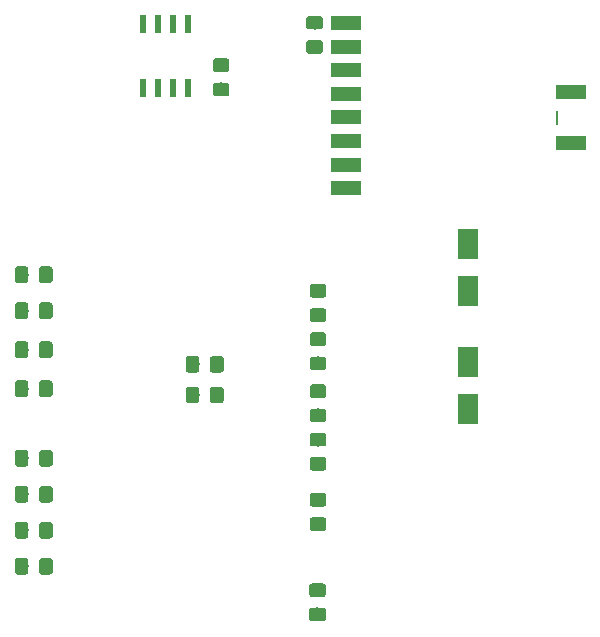
<source format=gtp>
G04 #@! TF.GenerationSoftware,KiCad,Pcbnew,(5.1.2)-2*
G04 #@! TF.CreationDate,2019-11-16T00:04:25+01:00*
G04 #@! TF.ProjectId,STM32_2CH_Dimmer,53544d33-325f-4324-9348-5f44696d6d65,rev?*
G04 #@! TF.SameCoordinates,Original*
G04 #@! TF.FileFunction,Paste,Top*
G04 #@! TF.FilePolarity,Positive*
%FSLAX46Y46*%
G04 Gerber Fmt 4.6, Leading zero omitted, Abs format (unit mm)*
G04 Created by KiCad (PCBNEW (5.1.2)-2) date 2019-11-16 00:04:25*
%MOMM*%
%LPD*%
G04 APERTURE LIST*
%ADD10R,2.524000X1.200000*%
%ADD11R,0.200000X1.200000*%
%ADD12C,0.100000*%
%ADD13C,1.150000*%
%ADD14R,1.800000X2.500000*%
%ADD15R,0.600000X1.550000*%
G04 APERTURE END LIST*
D10*
X179700000Y-70000000D03*
X179700000Y-72000000D03*
X179700000Y-74000000D03*
X179700000Y-76000000D03*
X179700000Y-78000000D03*
X179700000Y-80000000D03*
X179700000Y-82000000D03*
X179700000Y-84000000D03*
X198700000Y-75800000D03*
X198700000Y-80200000D03*
D11*
X197546060Y-78018540D03*
D12*
G36*
X169574505Y-73001204D02*
G01*
X169598773Y-73004804D01*
X169622572Y-73010765D01*
X169645671Y-73019030D01*
X169667850Y-73029520D01*
X169688893Y-73042132D01*
X169708599Y-73056747D01*
X169726777Y-73073223D01*
X169743253Y-73091401D01*
X169757868Y-73111107D01*
X169770480Y-73132150D01*
X169780970Y-73154329D01*
X169789235Y-73177428D01*
X169795196Y-73201227D01*
X169798796Y-73225495D01*
X169800000Y-73249999D01*
X169800000Y-73900001D01*
X169798796Y-73924505D01*
X169795196Y-73948773D01*
X169789235Y-73972572D01*
X169780970Y-73995671D01*
X169770480Y-74017850D01*
X169757868Y-74038893D01*
X169743253Y-74058599D01*
X169726777Y-74076777D01*
X169708599Y-74093253D01*
X169688893Y-74107868D01*
X169667850Y-74120480D01*
X169645671Y-74130970D01*
X169622572Y-74139235D01*
X169598773Y-74145196D01*
X169574505Y-74148796D01*
X169550001Y-74150000D01*
X168649999Y-74150000D01*
X168625495Y-74148796D01*
X168601227Y-74145196D01*
X168577428Y-74139235D01*
X168554329Y-74130970D01*
X168532150Y-74120480D01*
X168511107Y-74107868D01*
X168491401Y-74093253D01*
X168473223Y-74076777D01*
X168456747Y-74058599D01*
X168442132Y-74038893D01*
X168429520Y-74017850D01*
X168419030Y-73995671D01*
X168410765Y-73972572D01*
X168404804Y-73948773D01*
X168401204Y-73924505D01*
X168400000Y-73900001D01*
X168400000Y-73249999D01*
X168401204Y-73225495D01*
X168404804Y-73201227D01*
X168410765Y-73177428D01*
X168419030Y-73154329D01*
X168429520Y-73132150D01*
X168442132Y-73111107D01*
X168456747Y-73091401D01*
X168473223Y-73073223D01*
X168491401Y-73056747D01*
X168511107Y-73042132D01*
X168532150Y-73029520D01*
X168554329Y-73019030D01*
X168577428Y-73010765D01*
X168601227Y-73004804D01*
X168625495Y-73001204D01*
X168649999Y-73000000D01*
X169550001Y-73000000D01*
X169574505Y-73001204D01*
X169574505Y-73001204D01*
G37*
D13*
X169100000Y-73575000D03*
D12*
G36*
X169574505Y-75051204D02*
G01*
X169598773Y-75054804D01*
X169622572Y-75060765D01*
X169645671Y-75069030D01*
X169667850Y-75079520D01*
X169688893Y-75092132D01*
X169708599Y-75106747D01*
X169726777Y-75123223D01*
X169743253Y-75141401D01*
X169757868Y-75161107D01*
X169770480Y-75182150D01*
X169780970Y-75204329D01*
X169789235Y-75227428D01*
X169795196Y-75251227D01*
X169798796Y-75275495D01*
X169800000Y-75299999D01*
X169800000Y-75950001D01*
X169798796Y-75974505D01*
X169795196Y-75998773D01*
X169789235Y-76022572D01*
X169780970Y-76045671D01*
X169770480Y-76067850D01*
X169757868Y-76088893D01*
X169743253Y-76108599D01*
X169726777Y-76126777D01*
X169708599Y-76143253D01*
X169688893Y-76157868D01*
X169667850Y-76170480D01*
X169645671Y-76180970D01*
X169622572Y-76189235D01*
X169598773Y-76195196D01*
X169574505Y-76198796D01*
X169550001Y-76200000D01*
X168649999Y-76200000D01*
X168625495Y-76198796D01*
X168601227Y-76195196D01*
X168577428Y-76189235D01*
X168554329Y-76180970D01*
X168532150Y-76170480D01*
X168511107Y-76157868D01*
X168491401Y-76143253D01*
X168473223Y-76126777D01*
X168456747Y-76108599D01*
X168442132Y-76088893D01*
X168429520Y-76067850D01*
X168419030Y-76045671D01*
X168410765Y-76022572D01*
X168404804Y-75998773D01*
X168401204Y-75974505D01*
X168400000Y-75950001D01*
X168400000Y-75299999D01*
X168401204Y-75275495D01*
X168404804Y-75251227D01*
X168410765Y-75227428D01*
X168419030Y-75204329D01*
X168429520Y-75182150D01*
X168442132Y-75161107D01*
X168456747Y-75141401D01*
X168473223Y-75123223D01*
X168491401Y-75106747D01*
X168511107Y-75092132D01*
X168532150Y-75079520D01*
X168554329Y-75069030D01*
X168577428Y-75060765D01*
X168601227Y-75054804D01*
X168625495Y-75051204D01*
X168649999Y-75050000D01*
X169550001Y-75050000D01*
X169574505Y-75051204D01*
X169574505Y-75051204D01*
G37*
D13*
X169100000Y-75625000D03*
D12*
G36*
X177474505Y-71451204D02*
G01*
X177498773Y-71454804D01*
X177522572Y-71460765D01*
X177545671Y-71469030D01*
X177567850Y-71479520D01*
X177588893Y-71492132D01*
X177608599Y-71506747D01*
X177626777Y-71523223D01*
X177643253Y-71541401D01*
X177657868Y-71561107D01*
X177670480Y-71582150D01*
X177680970Y-71604329D01*
X177689235Y-71627428D01*
X177695196Y-71651227D01*
X177698796Y-71675495D01*
X177700000Y-71699999D01*
X177700000Y-72350001D01*
X177698796Y-72374505D01*
X177695196Y-72398773D01*
X177689235Y-72422572D01*
X177680970Y-72445671D01*
X177670480Y-72467850D01*
X177657868Y-72488893D01*
X177643253Y-72508599D01*
X177626777Y-72526777D01*
X177608599Y-72543253D01*
X177588893Y-72557868D01*
X177567850Y-72570480D01*
X177545671Y-72580970D01*
X177522572Y-72589235D01*
X177498773Y-72595196D01*
X177474505Y-72598796D01*
X177450001Y-72600000D01*
X176549999Y-72600000D01*
X176525495Y-72598796D01*
X176501227Y-72595196D01*
X176477428Y-72589235D01*
X176454329Y-72580970D01*
X176432150Y-72570480D01*
X176411107Y-72557868D01*
X176391401Y-72543253D01*
X176373223Y-72526777D01*
X176356747Y-72508599D01*
X176342132Y-72488893D01*
X176329520Y-72467850D01*
X176319030Y-72445671D01*
X176310765Y-72422572D01*
X176304804Y-72398773D01*
X176301204Y-72374505D01*
X176300000Y-72350001D01*
X176300000Y-71699999D01*
X176301204Y-71675495D01*
X176304804Y-71651227D01*
X176310765Y-71627428D01*
X176319030Y-71604329D01*
X176329520Y-71582150D01*
X176342132Y-71561107D01*
X176356747Y-71541401D01*
X176373223Y-71523223D01*
X176391401Y-71506747D01*
X176411107Y-71492132D01*
X176432150Y-71479520D01*
X176454329Y-71469030D01*
X176477428Y-71460765D01*
X176501227Y-71454804D01*
X176525495Y-71451204D01*
X176549999Y-71450000D01*
X177450001Y-71450000D01*
X177474505Y-71451204D01*
X177474505Y-71451204D01*
G37*
D13*
X177000000Y-72025000D03*
D12*
G36*
X177474505Y-69401204D02*
G01*
X177498773Y-69404804D01*
X177522572Y-69410765D01*
X177545671Y-69419030D01*
X177567850Y-69429520D01*
X177588893Y-69442132D01*
X177608599Y-69456747D01*
X177626777Y-69473223D01*
X177643253Y-69491401D01*
X177657868Y-69511107D01*
X177670480Y-69532150D01*
X177680970Y-69554329D01*
X177689235Y-69577428D01*
X177695196Y-69601227D01*
X177698796Y-69625495D01*
X177700000Y-69649999D01*
X177700000Y-70300001D01*
X177698796Y-70324505D01*
X177695196Y-70348773D01*
X177689235Y-70372572D01*
X177680970Y-70395671D01*
X177670480Y-70417850D01*
X177657868Y-70438893D01*
X177643253Y-70458599D01*
X177626777Y-70476777D01*
X177608599Y-70493253D01*
X177588893Y-70507868D01*
X177567850Y-70520480D01*
X177545671Y-70530970D01*
X177522572Y-70539235D01*
X177498773Y-70545196D01*
X177474505Y-70548796D01*
X177450001Y-70550000D01*
X176549999Y-70550000D01*
X176525495Y-70548796D01*
X176501227Y-70545196D01*
X176477428Y-70539235D01*
X176454329Y-70530970D01*
X176432150Y-70520480D01*
X176411107Y-70507868D01*
X176391401Y-70493253D01*
X176373223Y-70476777D01*
X176356747Y-70458599D01*
X176342132Y-70438893D01*
X176329520Y-70417850D01*
X176319030Y-70395671D01*
X176310765Y-70372572D01*
X176304804Y-70348773D01*
X176301204Y-70324505D01*
X176300000Y-70300001D01*
X176300000Y-69649999D01*
X176301204Y-69625495D01*
X176304804Y-69601227D01*
X176310765Y-69577428D01*
X176319030Y-69554329D01*
X176329520Y-69532150D01*
X176342132Y-69511107D01*
X176356747Y-69491401D01*
X176373223Y-69473223D01*
X176391401Y-69456747D01*
X176411107Y-69442132D01*
X176432150Y-69429520D01*
X176454329Y-69419030D01*
X176477428Y-69410765D01*
X176501227Y-69404804D01*
X176525495Y-69401204D01*
X176549999Y-69400000D01*
X177450001Y-69400000D01*
X177474505Y-69401204D01*
X177474505Y-69401204D01*
G37*
D13*
X177000000Y-69975000D03*
D12*
G36*
X177724505Y-119501204D02*
G01*
X177748773Y-119504804D01*
X177772572Y-119510765D01*
X177795671Y-119519030D01*
X177817850Y-119529520D01*
X177838893Y-119542132D01*
X177858599Y-119556747D01*
X177876777Y-119573223D01*
X177893253Y-119591401D01*
X177907868Y-119611107D01*
X177920480Y-119632150D01*
X177930970Y-119654329D01*
X177939235Y-119677428D01*
X177945196Y-119701227D01*
X177948796Y-119725495D01*
X177950000Y-119749999D01*
X177950000Y-120400001D01*
X177948796Y-120424505D01*
X177945196Y-120448773D01*
X177939235Y-120472572D01*
X177930970Y-120495671D01*
X177920480Y-120517850D01*
X177907868Y-120538893D01*
X177893253Y-120558599D01*
X177876777Y-120576777D01*
X177858599Y-120593253D01*
X177838893Y-120607868D01*
X177817850Y-120620480D01*
X177795671Y-120630970D01*
X177772572Y-120639235D01*
X177748773Y-120645196D01*
X177724505Y-120648796D01*
X177700001Y-120650000D01*
X176799999Y-120650000D01*
X176775495Y-120648796D01*
X176751227Y-120645196D01*
X176727428Y-120639235D01*
X176704329Y-120630970D01*
X176682150Y-120620480D01*
X176661107Y-120607868D01*
X176641401Y-120593253D01*
X176623223Y-120576777D01*
X176606747Y-120558599D01*
X176592132Y-120538893D01*
X176579520Y-120517850D01*
X176569030Y-120495671D01*
X176560765Y-120472572D01*
X176554804Y-120448773D01*
X176551204Y-120424505D01*
X176550000Y-120400001D01*
X176550000Y-119749999D01*
X176551204Y-119725495D01*
X176554804Y-119701227D01*
X176560765Y-119677428D01*
X176569030Y-119654329D01*
X176579520Y-119632150D01*
X176592132Y-119611107D01*
X176606747Y-119591401D01*
X176623223Y-119573223D01*
X176641401Y-119556747D01*
X176661107Y-119542132D01*
X176682150Y-119529520D01*
X176704329Y-119519030D01*
X176727428Y-119510765D01*
X176751227Y-119504804D01*
X176775495Y-119501204D01*
X176799999Y-119500000D01*
X177700001Y-119500000D01*
X177724505Y-119501204D01*
X177724505Y-119501204D01*
G37*
D13*
X177250000Y-120075000D03*
D12*
G36*
X177724505Y-117451204D02*
G01*
X177748773Y-117454804D01*
X177772572Y-117460765D01*
X177795671Y-117469030D01*
X177817850Y-117479520D01*
X177838893Y-117492132D01*
X177858599Y-117506747D01*
X177876777Y-117523223D01*
X177893253Y-117541401D01*
X177907868Y-117561107D01*
X177920480Y-117582150D01*
X177930970Y-117604329D01*
X177939235Y-117627428D01*
X177945196Y-117651227D01*
X177948796Y-117675495D01*
X177950000Y-117699999D01*
X177950000Y-118350001D01*
X177948796Y-118374505D01*
X177945196Y-118398773D01*
X177939235Y-118422572D01*
X177930970Y-118445671D01*
X177920480Y-118467850D01*
X177907868Y-118488893D01*
X177893253Y-118508599D01*
X177876777Y-118526777D01*
X177858599Y-118543253D01*
X177838893Y-118557868D01*
X177817850Y-118570480D01*
X177795671Y-118580970D01*
X177772572Y-118589235D01*
X177748773Y-118595196D01*
X177724505Y-118598796D01*
X177700001Y-118600000D01*
X176799999Y-118600000D01*
X176775495Y-118598796D01*
X176751227Y-118595196D01*
X176727428Y-118589235D01*
X176704329Y-118580970D01*
X176682150Y-118570480D01*
X176661107Y-118557868D01*
X176641401Y-118543253D01*
X176623223Y-118526777D01*
X176606747Y-118508599D01*
X176592132Y-118488893D01*
X176579520Y-118467850D01*
X176569030Y-118445671D01*
X176560765Y-118422572D01*
X176554804Y-118398773D01*
X176551204Y-118374505D01*
X176550000Y-118350001D01*
X176550000Y-117699999D01*
X176551204Y-117675495D01*
X176554804Y-117651227D01*
X176560765Y-117627428D01*
X176569030Y-117604329D01*
X176579520Y-117582150D01*
X176592132Y-117561107D01*
X176606747Y-117541401D01*
X176623223Y-117523223D01*
X176641401Y-117506747D01*
X176661107Y-117492132D01*
X176682150Y-117479520D01*
X176704329Y-117469030D01*
X176727428Y-117460765D01*
X176751227Y-117454804D01*
X176775495Y-117451204D01*
X176799999Y-117450000D01*
X177700001Y-117450000D01*
X177724505Y-117451204D01*
X177724505Y-117451204D01*
G37*
D13*
X177250000Y-118025000D03*
D14*
X190000000Y-92700000D03*
X190000000Y-88700000D03*
D12*
G36*
X167024505Y-100801204D02*
G01*
X167048773Y-100804804D01*
X167072572Y-100810765D01*
X167095671Y-100819030D01*
X167117850Y-100829520D01*
X167138893Y-100842132D01*
X167158599Y-100856747D01*
X167176777Y-100873223D01*
X167193253Y-100891401D01*
X167207868Y-100911107D01*
X167220480Y-100932150D01*
X167230970Y-100954329D01*
X167239235Y-100977428D01*
X167245196Y-101001227D01*
X167248796Y-101025495D01*
X167250000Y-101049999D01*
X167250000Y-101950001D01*
X167248796Y-101974505D01*
X167245196Y-101998773D01*
X167239235Y-102022572D01*
X167230970Y-102045671D01*
X167220480Y-102067850D01*
X167207868Y-102088893D01*
X167193253Y-102108599D01*
X167176777Y-102126777D01*
X167158599Y-102143253D01*
X167138893Y-102157868D01*
X167117850Y-102170480D01*
X167095671Y-102180970D01*
X167072572Y-102189235D01*
X167048773Y-102195196D01*
X167024505Y-102198796D01*
X167000001Y-102200000D01*
X166349999Y-102200000D01*
X166325495Y-102198796D01*
X166301227Y-102195196D01*
X166277428Y-102189235D01*
X166254329Y-102180970D01*
X166232150Y-102170480D01*
X166211107Y-102157868D01*
X166191401Y-102143253D01*
X166173223Y-102126777D01*
X166156747Y-102108599D01*
X166142132Y-102088893D01*
X166129520Y-102067850D01*
X166119030Y-102045671D01*
X166110765Y-102022572D01*
X166104804Y-101998773D01*
X166101204Y-101974505D01*
X166100000Y-101950001D01*
X166100000Y-101049999D01*
X166101204Y-101025495D01*
X166104804Y-101001227D01*
X166110765Y-100977428D01*
X166119030Y-100954329D01*
X166129520Y-100932150D01*
X166142132Y-100911107D01*
X166156747Y-100891401D01*
X166173223Y-100873223D01*
X166191401Y-100856747D01*
X166211107Y-100842132D01*
X166232150Y-100829520D01*
X166254329Y-100819030D01*
X166277428Y-100810765D01*
X166301227Y-100804804D01*
X166325495Y-100801204D01*
X166349999Y-100800000D01*
X167000001Y-100800000D01*
X167024505Y-100801204D01*
X167024505Y-100801204D01*
G37*
D13*
X166675000Y-101500000D03*
D12*
G36*
X169074505Y-100801204D02*
G01*
X169098773Y-100804804D01*
X169122572Y-100810765D01*
X169145671Y-100819030D01*
X169167850Y-100829520D01*
X169188893Y-100842132D01*
X169208599Y-100856747D01*
X169226777Y-100873223D01*
X169243253Y-100891401D01*
X169257868Y-100911107D01*
X169270480Y-100932150D01*
X169280970Y-100954329D01*
X169289235Y-100977428D01*
X169295196Y-101001227D01*
X169298796Y-101025495D01*
X169300000Y-101049999D01*
X169300000Y-101950001D01*
X169298796Y-101974505D01*
X169295196Y-101998773D01*
X169289235Y-102022572D01*
X169280970Y-102045671D01*
X169270480Y-102067850D01*
X169257868Y-102088893D01*
X169243253Y-102108599D01*
X169226777Y-102126777D01*
X169208599Y-102143253D01*
X169188893Y-102157868D01*
X169167850Y-102170480D01*
X169145671Y-102180970D01*
X169122572Y-102189235D01*
X169098773Y-102195196D01*
X169074505Y-102198796D01*
X169050001Y-102200000D01*
X168399999Y-102200000D01*
X168375495Y-102198796D01*
X168351227Y-102195196D01*
X168327428Y-102189235D01*
X168304329Y-102180970D01*
X168282150Y-102170480D01*
X168261107Y-102157868D01*
X168241401Y-102143253D01*
X168223223Y-102126777D01*
X168206747Y-102108599D01*
X168192132Y-102088893D01*
X168179520Y-102067850D01*
X168169030Y-102045671D01*
X168160765Y-102022572D01*
X168154804Y-101998773D01*
X168151204Y-101974505D01*
X168150000Y-101950001D01*
X168150000Y-101049999D01*
X168151204Y-101025495D01*
X168154804Y-101001227D01*
X168160765Y-100977428D01*
X168169030Y-100954329D01*
X168179520Y-100932150D01*
X168192132Y-100911107D01*
X168206747Y-100891401D01*
X168223223Y-100873223D01*
X168241401Y-100856747D01*
X168261107Y-100842132D01*
X168282150Y-100829520D01*
X168304329Y-100819030D01*
X168327428Y-100810765D01*
X168351227Y-100804804D01*
X168375495Y-100801204D01*
X168399999Y-100800000D01*
X169050001Y-100800000D01*
X169074505Y-100801204D01*
X169074505Y-100801204D01*
G37*
D13*
X168725000Y-101500000D03*
D12*
G36*
X169074505Y-98201204D02*
G01*
X169098773Y-98204804D01*
X169122572Y-98210765D01*
X169145671Y-98219030D01*
X169167850Y-98229520D01*
X169188893Y-98242132D01*
X169208599Y-98256747D01*
X169226777Y-98273223D01*
X169243253Y-98291401D01*
X169257868Y-98311107D01*
X169270480Y-98332150D01*
X169280970Y-98354329D01*
X169289235Y-98377428D01*
X169295196Y-98401227D01*
X169298796Y-98425495D01*
X169300000Y-98449999D01*
X169300000Y-99350001D01*
X169298796Y-99374505D01*
X169295196Y-99398773D01*
X169289235Y-99422572D01*
X169280970Y-99445671D01*
X169270480Y-99467850D01*
X169257868Y-99488893D01*
X169243253Y-99508599D01*
X169226777Y-99526777D01*
X169208599Y-99543253D01*
X169188893Y-99557868D01*
X169167850Y-99570480D01*
X169145671Y-99580970D01*
X169122572Y-99589235D01*
X169098773Y-99595196D01*
X169074505Y-99598796D01*
X169050001Y-99600000D01*
X168399999Y-99600000D01*
X168375495Y-99598796D01*
X168351227Y-99595196D01*
X168327428Y-99589235D01*
X168304329Y-99580970D01*
X168282150Y-99570480D01*
X168261107Y-99557868D01*
X168241401Y-99543253D01*
X168223223Y-99526777D01*
X168206747Y-99508599D01*
X168192132Y-99488893D01*
X168179520Y-99467850D01*
X168169030Y-99445671D01*
X168160765Y-99422572D01*
X168154804Y-99398773D01*
X168151204Y-99374505D01*
X168150000Y-99350001D01*
X168150000Y-98449999D01*
X168151204Y-98425495D01*
X168154804Y-98401227D01*
X168160765Y-98377428D01*
X168169030Y-98354329D01*
X168179520Y-98332150D01*
X168192132Y-98311107D01*
X168206747Y-98291401D01*
X168223223Y-98273223D01*
X168241401Y-98256747D01*
X168261107Y-98242132D01*
X168282150Y-98229520D01*
X168304329Y-98219030D01*
X168327428Y-98210765D01*
X168351227Y-98204804D01*
X168375495Y-98201204D01*
X168399999Y-98200000D01*
X169050001Y-98200000D01*
X169074505Y-98201204D01*
X169074505Y-98201204D01*
G37*
D13*
X168725000Y-98900000D03*
D12*
G36*
X167024505Y-98201204D02*
G01*
X167048773Y-98204804D01*
X167072572Y-98210765D01*
X167095671Y-98219030D01*
X167117850Y-98229520D01*
X167138893Y-98242132D01*
X167158599Y-98256747D01*
X167176777Y-98273223D01*
X167193253Y-98291401D01*
X167207868Y-98311107D01*
X167220480Y-98332150D01*
X167230970Y-98354329D01*
X167239235Y-98377428D01*
X167245196Y-98401227D01*
X167248796Y-98425495D01*
X167250000Y-98449999D01*
X167250000Y-99350001D01*
X167248796Y-99374505D01*
X167245196Y-99398773D01*
X167239235Y-99422572D01*
X167230970Y-99445671D01*
X167220480Y-99467850D01*
X167207868Y-99488893D01*
X167193253Y-99508599D01*
X167176777Y-99526777D01*
X167158599Y-99543253D01*
X167138893Y-99557868D01*
X167117850Y-99570480D01*
X167095671Y-99580970D01*
X167072572Y-99589235D01*
X167048773Y-99595196D01*
X167024505Y-99598796D01*
X167000001Y-99600000D01*
X166349999Y-99600000D01*
X166325495Y-99598796D01*
X166301227Y-99595196D01*
X166277428Y-99589235D01*
X166254329Y-99580970D01*
X166232150Y-99570480D01*
X166211107Y-99557868D01*
X166191401Y-99543253D01*
X166173223Y-99526777D01*
X166156747Y-99508599D01*
X166142132Y-99488893D01*
X166129520Y-99467850D01*
X166119030Y-99445671D01*
X166110765Y-99422572D01*
X166104804Y-99398773D01*
X166101204Y-99374505D01*
X166100000Y-99350001D01*
X166100000Y-98449999D01*
X166101204Y-98425495D01*
X166104804Y-98401227D01*
X166110765Y-98377428D01*
X166119030Y-98354329D01*
X166129520Y-98332150D01*
X166142132Y-98311107D01*
X166156747Y-98291401D01*
X166173223Y-98273223D01*
X166191401Y-98256747D01*
X166211107Y-98242132D01*
X166232150Y-98229520D01*
X166254329Y-98219030D01*
X166277428Y-98210765D01*
X166301227Y-98204804D01*
X166325495Y-98201204D01*
X166349999Y-98200000D01*
X167000001Y-98200000D01*
X167024505Y-98201204D01*
X167024505Y-98201204D01*
G37*
D13*
X166675000Y-98900000D03*
D12*
G36*
X177774505Y-111851204D02*
G01*
X177798773Y-111854804D01*
X177822572Y-111860765D01*
X177845671Y-111869030D01*
X177867850Y-111879520D01*
X177888893Y-111892132D01*
X177908599Y-111906747D01*
X177926777Y-111923223D01*
X177943253Y-111941401D01*
X177957868Y-111961107D01*
X177970480Y-111982150D01*
X177980970Y-112004329D01*
X177989235Y-112027428D01*
X177995196Y-112051227D01*
X177998796Y-112075495D01*
X178000000Y-112099999D01*
X178000000Y-112750001D01*
X177998796Y-112774505D01*
X177995196Y-112798773D01*
X177989235Y-112822572D01*
X177980970Y-112845671D01*
X177970480Y-112867850D01*
X177957868Y-112888893D01*
X177943253Y-112908599D01*
X177926777Y-112926777D01*
X177908599Y-112943253D01*
X177888893Y-112957868D01*
X177867850Y-112970480D01*
X177845671Y-112980970D01*
X177822572Y-112989235D01*
X177798773Y-112995196D01*
X177774505Y-112998796D01*
X177750001Y-113000000D01*
X176849999Y-113000000D01*
X176825495Y-112998796D01*
X176801227Y-112995196D01*
X176777428Y-112989235D01*
X176754329Y-112980970D01*
X176732150Y-112970480D01*
X176711107Y-112957868D01*
X176691401Y-112943253D01*
X176673223Y-112926777D01*
X176656747Y-112908599D01*
X176642132Y-112888893D01*
X176629520Y-112867850D01*
X176619030Y-112845671D01*
X176610765Y-112822572D01*
X176604804Y-112798773D01*
X176601204Y-112774505D01*
X176600000Y-112750001D01*
X176600000Y-112099999D01*
X176601204Y-112075495D01*
X176604804Y-112051227D01*
X176610765Y-112027428D01*
X176619030Y-112004329D01*
X176629520Y-111982150D01*
X176642132Y-111961107D01*
X176656747Y-111941401D01*
X176673223Y-111923223D01*
X176691401Y-111906747D01*
X176711107Y-111892132D01*
X176732150Y-111879520D01*
X176754329Y-111869030D01*
X176777428Y-111860765D01*
X176801227Y-111854804D01*
X176825495Y-111851204D01*
X176849999Y-111850000D01*
X177750001Y-111850000D01*
X177774505Y-111851204D01*
X177774505Y-111851204D01*
G37*
D13*
X177300000Y-112425000D03*
D12*
G36*
X177774505Y-109801204D02*
G01*
X177798773Y-109804804D01*
X177822572Y-109810765D01*
X177845671Y-109819030D01*
X177867850Y-109829520D01*
X177888893Y-109842132D01*
X177908599Y-109856747D01*
X177926777Y-109873223D01*
X177943253Y-109891401D01*
X177957868Y-109911107D01*
X177970480Y-109932150D01*
X177980970Y-109954329D01*
X177989235Y-109977428D01*
X177995196Y-110001227D01*
X177998796Y-110025495D01*
X178000000Y-110049999D01*
X178000000Y-110700001D01*
X177998796Y-110724505D01*
X177995196Y-110748773D01*
X177989235Y-110772572D01*
X177980970Y-110795671D01*
X177970480Y-110817850D01*
X177957868Y-110838893D01*
X177943253Y-110858599D01*
X177926777Y-110876777D01*
X177908599Y-110893253D01*
X177888893Y-110907868D01*
X177867850Y-110920480D01*
X177845671Y-110930970D01*
X177822572Y-110939235D01*
X177798773Y-110945196D01*
X177774505Y-110948796D01*
X177750001Y-110950000D01*
X176849999Y-110950000D01*
X176825495Y-110948796D01*
X176801227Y-110945196D01*
X176777428Y-110939235D01*
X176754329Y-110930970D01*
X176732150Y-110920480D01*
X176711107Y-110907868D01*
X176691401Y-110893253D01*
X176673223Y-110876777D01*
X176656747Y-110858599D01*
X176642132Y-110838893D01*
X176629520Y-110817850D01*
X176619030Y-110795671D01*
X176610765Y-110772572D01*
X176604804Y-110748773D01*
X176601204Y-110724505D01*
X176600000Y-110700001D01*
X176600000Y-110049999D01*
X176601204Y-110025495D01*
X176604804Y-110001227D01*
X176610765Y-109977428D01*
X176619030Y-109954329D01*
X176629520Y-109932150D01*
X176642132Y-109911107D01*
X176656747Y-109891401D01*
X176673223Y-109873223D01*
X176691401Y-109856747D01*
X176711107Y-109842132D01*
X176732150Y-109829520D01*
X176754329Y-109819030D01*
X176777428Y-109810765D01*
X176801227Y-109804804D01*
X176825495Y-109801204D01*
X176849999Y-109800000D01*
X177750001Y-109800000D01*
X177774505Y-109801204D01*
X177774505Y-109801204D01*
G37*
D13*
X177300000Y-110375000D03*
D15*
X166305000Y-70100000D03*
X165035000Y-70100000D03*
X163765000Y-70100000D03*
X162495000Y-70100000D03*
X162495000Y-75500000D03*
X163765000Y-75500000D03*
X165035000Y-75500000D03*
X166305000Y-75500000D03*
D14*
X190000000Y-102700000D03*
X190000000Y-98700000D03*
D12*
G36*
X152556505Y-90611204D02*
G01*
X152580773Y-90614804D01*
X152604572Y-90620765D01*
X152627671Y-90629030D01*
X152649850Y-90639520D01*
X152670893Y-90652132D01*
X152690599Y-90666747D01*
X152708777Y-90683223D01*
X152725253Y-90701401D01*
X152739868Y-90721107D01*
X152752480Y-90742150D01*
X152762970Y-90764329D01*
X152771235Y-90787428D01*
X152777196Y-90811227D01*
X152780796Y-90835495D01*
X152782000Y-90859999D01*
X152782000Y-91760001D01*
X152780796Y-91784505D01*
X152777196Y-91808773D01*
X152771235Y-91832572D01*
X152762970Y-91855671D01*
X152752480Y-91877850D01*
X152739868Y-91898893D01*
X152725253Y-91918599D01*
X152708777Y-91936777D01*
X152690599Y-91953253D01*
X152670893Y-91967868D01*
X152649850Y-91980480D01*
X152627671Y-91990970D01*
X152604572Y-91999235D01*
X152580773Y-92005196D01*
X152556505Y-92008796D01*
X152532001Y-92010000D01*
X151881999Y-92010000D01*
X151857495Y-92008796D01*
X151833227Y-92005196D01*
X151809428Y-91999235D01*
X151786329Y-91990970D01*
X151764150Y-91980480D01*
X151743107Y-91967868D01*
X151723401Y-91953253D01*
X151705223Y-91936777D01*
X151688747Y-91918599D01*
X151674132Y-91898893D01*
X151661520Y-91877850D01*
X151651030Y-91855671D01*
X151642765Y-91832572D01*
X151636804Y-91808773D01*
X151633204Y-91784505D01*
X151632000Y-91760001D01*
X151632000Y-90859999D01*
X151633204Y-90835495D01*
X151636804Y-90811227D01*
X151642765Y-90787428D01*
X151651030Y-90764329D01*
X151661520Y-90742150D01*
X151674132Y-90721107D01*
X151688747Y-90701401D01*
X151705223Y-90683223D01*
X151723401Y-90666747D01*
X151743107Y-90652132D01*
X151764150Y-90639520D01*
X151786329Y-90629030D01*
X151809428Y-90620765D01*
X151833227Y-90614804D01*
X151857495Y-90611204D01*
X151881999Y-90610000D01*
X152532001Y-90610000D01*
X152556505Y-90611204D01*
X152556505Y-90611204D01*
G37*
D13*
X152207000Y-91310000D03*
D12*
G36*
X154606505Y-90611204D02*
G01*
X154630773Y-90614804D01*
X154654572Y-90620765D01*
X154677671Y-90629030D01*
X154699850Y-90639520D01*
X154720893Y-90652132D01*
X154740599Y-90666747D01*
X154758777Y-90683223D01*
X154775253Y-90701401D01*
X154789868Y-90721107D01*
X154802480Y-90742150D01*
X154812970Y-90764329D01*
X154821235Y-90787428D01*
X154827196Y-90811227D01*
X154830796Y-90835495D01*
X154832000Y-90859999D01*
X154832000Y-91760001D01*
X154830796Y-91784505D01*
X154827196Y-91808773D01*
X154821235Y-91832572D01*
X154812970Y-91855671D01*
X154802480Y-91877850D01*
X154789868Y-91898893D01*
X154775253Y-91918599D01*
X154758777Y-91936777D01*
X154740599Y-91953253D01*
X154720893Y-91967868D01*
X154699850Y-91980480D01*
X154677671Y-91990970D01*
X154654572Y-91999235D01*
X154630773Y-92005196D01*
X154606505Y-92008796D01*
X154582001Y-92010000D01*
X153931999Y-92010000D01*
X153907495Y-92008796D01*
X153883227Y-92005196D01*
X153859428Y-91999235D01*
X153836329Y-91990970D01*
X153814150Y-91980480D01*
X153793107Y-91967868D01*
X153773401Y-91953253D01*
X153755223Y-91936777D01*
X153738747Y-91918599D01*
X153724132Y-91898893D01*
X153711520Y-91877850D01*
X153701030Y-91855671D01*
X153692765Y-91832572D01*
X153686804Y-91808773D01*
X153683204Y-91784505D01*
X153682000Y-91760001D01*
X153682000Y-90859999D01*
X153683204Y-90835495D01*
X153686804Y-90811227D01*
X153692765Y-90787428D01*
X153701030Y-90764329D01*
X153711520Y-90742150D01*
X153724132Y-90721107D01*
X153738747Y-90701401D01*
X153755223Y-90683223D01*
X153773401Y-90666747D01*
X153793107Y-90652132D01*
X153814150Y-90639520D01*
X153836329Y-90629030D01*
X153859428Y-90620765D01*
X153883227Y-90614804D01*
X153907495Y-90611204D01*
X153931999Y-90610000D01*
X154582001Y-90610000D01*
X154606505Y-90611204D01*
X154606505Y-90611204D01*
G37*
D13*
X154257000Y-91310000D03*
D12*
G36*
X152556505Y-106155204D02*
G01*
X152580773Y-106158804D01*
X152604572Y-106164765D01*
X152627671Y-106173030D01*
X152649850Y-106183520D01*
X152670893Y-106196132D01*
X152690599Y-106210747D01*
X152708777Y-106227223D01*
X152725253Y-106245401D01*
X152739868Y-106265107D01*
X152752480Y-106286150D01*
X152762970Y-106308329D01*
X152771235Y-106331428D01*
X152777196Y-106355227D01*
X152780796Y-106379495D01*
X152782000Y-106403999D01*
X152782000Y-107304001D01*
X152780796Y-107328505D01*
X152777196Y-107352773D01*
X152771235Y-107376572D01*
X152762970Y-107399671D01*
X152752480Y-107421850D01*
X152739868Y-107442893D01*
X152725253Y-107462599D01*
X152708777Y-107480777D01*
X152690599Y-107497253D01*
X152670893Y-107511868D01*
X152649850Y-107524480D01*
X152627671Y-107534970D01*
X152604572Y-107543235D01*
X152580773Y-107549196D01*
X152556505Y-107552796D01*
X152532001Y-107554000D01*
X151881999Y-107554000D01*
X151857495Y-107552796D01*
X151833227Y-107549196D01*
X151809428Y-107543235D01*
X151786329Y-107534970D01*
X151764150Y-107524480D01*
X151743107Y-107511868D01*
X151723401Y-107497253D01*
X151705223Y-107480777D01*
X151688747Y-107462599D01*
X151674132Y-107442893D01*
X151661520Y-107421850D01*
X151651030Y-107399671D01*
X151642765Y-107376572D01*
X151636804Y-107352773D01*
X151633204Y-107328505D01*
X151632000Y-107304001D01*
X151632000Y-106403999D01*
X151633204Y-106379495D01*
X151636804Y-106355227D01*
X151642765Y-106331428D01*
X151651030Y-106308329D01*
X151661520Y-106286150D01*
X151674132Y-106265107D01*
X151688747Y-106245401D01*
X151705223Y-106227223D01*
X151723401Y-106210747D01*
X151743107Y-106196132D01*
X151764150Y-106183520D01*
X151786329Y-106173030D01*
X151809428Y-106164765D01*
X151833227Y-106158804D01*
X151857495Y-106155204D01*
X151881999Y-106154000D01*
X152532001Y-106154000D01*
X152556505Y-106155204D01*
X152556505Y-106155204D01*
G37*
D13*
X152207000Y-106854000D03*
D12*
G36*
X154606505Y-106155204D02*
G01*
X154630773Y-106158804D01*
X154654572Y-106164765D01*
X154677671Y-106173030D01*
X154699850Y-106183520D01*
X154720893Y-106196132D01*
X154740599Y-106210747D01*
X154758777Y-106227223D01*
X154775253Y-106245401D01*
X154789868Y-106265107D01*
X154802480Y-106286150D01*
X154812970Y-106308329D01*
X154821235Y-106331428D01*
X154827196Y-106355227D01*
X154830796Y-106379495D01*
X154832000Y-106403999D01*
X154832000Y-107304001D01*
X154830796Y-107328505D01*
X154827196Y-107352773D01*
X154821235Y-107376572D01*
X154812970Y-107399671D01*
X154802480Y-107421850D01*
X154789868Y-107442893D01*
X154775253Y-107462599D01*
X154758777Y-107480777D01*
X154740599Y-107497253D01*
X154720893Y-107511868D01*
X154699850Y-107524480D01*
X154677671Y-107534970D01*
X154654572Y-107543235D01*
X154630773Y-107549196D01*
X154606505Y-107552796D01*
X154582001Y-107554000D01*
X153931999Y-107554000D01*
X153907495Y-107552796D01*
X153883227Y-107549196D01*
X153859428Y-107543235D01*
X153836329Y-107534970D01*
X153814150Y-107524480D01*
X153793107Y-107511868D01*
X153773401Y-107497253D01*
X153755223Y-107480777D01*
X153738747Y-107462599D01*
X153724132Y-107442893D01*
X153711520Y-107421850D01*
X153701030Y-107399671D01*
X153692765Y-107376572D01*
X153686804Y-107352773D01*
X153683204Y-107328505D01*
X153682000Y-107304001D01*
X153682000Y-106403999D01*
X153683204Y-106379495D01*
X153686804Y-106355227D01*
X153692765Y-106331428D01*
X153701030Y-106308329D01*
X153711520Y-106286150D01*
X153724132Y-106265107D01*
X153738747Y-106245401D01*
X153755223Y-106227223D01*
X153773401Y-106210747D01*
X153793107Y-106196132D01*
X153814150Y-106183520D01*
X153836329Y-106173030D01*
X153859428Y-106164765D01*
X153883227Y-106158804D01*
X153907495Y-106155204D01*
X153931999Y-106154000D01*
X154582001Y-106154000D01*
X154606505Y-106155204D01*
X154606505Y-106155204D01*
G37*
D13*
X154257000Y-106854000D03*
D12*
G36*
X152556505Y-100263204D02*
G01*
X152580773Y-100266804D01*
X152604572Y-100272765D01*
X152627671Y-100281030D01*
X152649850Y-100291520D01*
X152670893Y-100304132D01*
X152690599Y-100318747D01*
X152708777Y-100335223D01*
X152725253Y-100353401D01*
X152739868Y-100373107D01*
X152752480Y-100394150D01*
X152762970Y-100416329D01*
X152771235Y-100439428D01*
X152777196Y-100463227D01*
X152780796Y-100487495D01*
X152782000Y-100511999D01*
X152782000Y-101412001D01*
X152780796Y-101436505D01*
X152777196Y-101460773D01*
X152771235Y-101484572D01*
X152762970Y-101507671D01*
X152752480Y-101529850D01*
X152739868Y-101550893D01*
X152725253Y-101570599D01*
X152708777Y-101588777D01*
X152690599Y-101605253D01*
X152670893Y-101619868D01*
X152649850Y-101632480D01*
X152627671Y-101642970D01*
X152604572Y-101651235D01*
X152580773Y-101657196D01*
X152556505Y-101660796D01*
X152532001Y-101662000D01*
X151881999Y-101662000D01*
X151857495Y-101660796D01*
X151833227Y-101657196D01*
X151809428Y-101651235D01*
X151786329Y-101642970D01*
X151764150Y-101632480D01*
X151743107Y-101619868D01*
X151723401Y-101605253D01*
X151705223Y-101588777D01*
X151688747Y-101570599D01*
X151674132Y-101550893D01*
X151661520Y-101529850D01*
X151651030Y-101507671D01*
X151642765Y-101484572D01*
X151636804Y-101460773D01*
X151633204Y-101436505D01*
X151632000Y-101412001D01*
X151632000Y-100511999D01*
X151633204Y-100487495D01*
X151636804Y-100463227D01*
X151642765Y-100439428D01*
X151651030Y-100416329D01*
X151661520Y-100394150D01*
X151674132Y-100373107D01*
X151688747Y-100353401D01*
X151705223Y-100335223D01*
X151723401Y-100318747D01*
X151743107Y-100304132D01*
X151764150Y-100291520D01*
X151786329Y-100281030D01*
X151809428Y-100272765D01*
X151833227Y-100266804D01*
X151857495Y-100263204D01*
X151881999Y-100262000D01*
X152532001Y-100262000D01*
X152556505Y-100263204D01*
X152556505Y-100263204D01*
G37*
D13*
X152207000Y-100962000D03*
D12*
G36*
X154606505Y-100263204D02*
G01*
X154630773Y-100266804D01*
X154654572Y-100272765D01*
X154677671Y-100281030D01*
X154699850Y-100291520D01*
X154720893Y-100304132D01*
X154740599Y-100318747D01*
X154758777Y-100335223D01*
X154775253Y-100353401D01*
X154789868Y-100373107D01*
X154802480Y-100394150D01*
X154812970Y-100416329D01*
X154821235Y-100439428D01*
X154827196Y-100463227D01*
X154830796Y-100487495D01*
X154832000Y-100511999D01*
X154832000Y-101412001D01*
X154830796Y-101436505D01*
X154827196Y-101460773D01*
X154821235Y-101484572D01*
X154812970Y-101507671D01*
X154802480Y-101529850D01*
X154789868Y-101550893D01*
X154775253Y-101570599D01*
X154758777Y-101588777D01*
X154740599Y-101605253D01*
X154720893Y-101619868D01*
X154699850Y-101632480D01*
X154677671Y-101642970D01*
X154654572Y-101651235D01*
X154630773Y-101657196D01*
X154606505Y-101660796D01*
X154582001Y-101662000D01*
X153931999Y-101662000D01*
X153907495Y-101660796D01*
X153883227Y-101657196D01*
X153859428Y-101651235D01*
X153836329Y-101642970D01*
X153814150Y-101632480D01*
X153793107Y-101619868D01*
X153773401Y-101605253D01*
X153755223Y-101588777D01*
X153738747Y-101570599D01*
X153724132Y-101550893D01*
X153711520Y-101529850D01*
X153701030Y-101507671D01*
X153692765Y-101484572D01*
X153686804Y-101460773D01*
X153683204Y-101436505D01*
X153682000Y-101412001D01*
X153682000Y-100511999D01*
X153683204Y-100487495D01*
X153686804Y-100463227D01*
X153692765Y-100439428D01*
X153701030Y-100416329D01*
X153711520Y-100394150D01*
X153724132Y-100373107D01*
X153738747Y-100353401D01*
X153755223Y-100335223D01*
X153773401Y-100318747D01*
X153793107Y-100304132D01*
X153814150Y-100291520D01*
X153836329Y-100281030D01*
X153859428Y-100272765D01*
X153883227Y-100266804D01*
X153907495Y-100263204D01*
X153931999Y-100262000D01*
X154582001Y-100262000D01*
X154606505Y-100263204D01*
X154606505Y-100263204D01*
G37*
D13*
X154257000Y-100962000D03*
D12*
G36*
X152556505Y-115299204D02*
G01*
X152580773Y-115302804D01*
X152604572Y-115308765D01*
X152627671Y-115317030D01*
X152649850Y-115327520D01*
X152670893Y-115340132D01*
X152690599Y-115354747D01*
X152708777Y-115371223D01*
X152725253Y-115389401D01*
X152739868Y-115409107D01*
X152752480Y-115430150D01*
X152762970Y-115452329D01*
X152771235Y-115475428D01*
X152777196Y-115499227D01*
X152780796Y-115523495D01*
X152782000Y-115547999D01*
X152782000Y-116448001D01*
X152780796Y-116472505D01*
X152777196Y-116496773D01*
X152771235Y-116520572D01*
X152762970Y-116543671D01*
X152752480Y-116565850D01*
X152739868Y-116586893D01*
X152725253Y-116606599D01*
X152708777Y-116624777D01*
X152690599Y-116641253D01*
X152670893Y-116655868D01*
X152649850Y-116668480D01*
X152627671Y-116678970D01*
X152604572Y-116687235D01*
X152580773Y-116693196D01*
X152556505Y-116696796D01*
X152532001Y-116698000D01*
X151881999Y-116698000D01*
X151857495Y-116696796D01*
X151833227Y-116693196D01*
X151809428Y-116687235D01*
X151786329Y-116678970D01*
X151764150Y-116668480D01*
X151743107Y-116655868D01*
X151723401Y-116641253D01*
X151705223Y-116624777D01*
X151688747Y-116606599D01*
X151674132Y-116586893D01*
X151661520Y-116565850D01*
X151651030Y-116543671D01*
X151642765Y-116520572D01*
X151636804Y-116496773D01*
X151633204Y-116472505D01*
X151632000Y-116448001D01*
X151632000Y-115547999D01*
X151633204Y-115523495D01*
X151636804Y-115499227D01*
X151642765Y-115475428D01*
X151651030Y-115452329D01*
X151661520Y-115430150D01*
X151674132Y-115409107D01*
X151688747Y-115389401D01*
X151705223Y-115371223D01*
X151723401Y-115354747D01*
X151743107Y-115340132D01*
X151764150Y-115327520D01*
X151786329Y-115317030D01*
X151809428Y-115308765D01*
X151833227Y-115302804D01*
X151857495Y-115299204D01*
X151881999Y-115298000D01*
X152532001Y-115298000D01*
X152556505Y-115299204D01*
X152556505Y-115299204D01*
G37*
D13*
X152207000Y-115998000D03*
D12*
G36*
X154606505Y-115299204D02*
G01*
X154630773Y-115302804D01*
X154654572Y-115308765D01*
X154677671Y-115317030D01*
X154699850Y-115327520D01*
X154720893Y-115340132D01*
X154740599Y-115354747D01*
X154758777Y-115371223D01*
X154775253Y-115389401D01*
X154789868Y-115409107D01*
X154802480Y-115430150D01*
X154812970Y-115452329D01*
X154821235Y-115475428D01*
X154827196Y-115499227D01*
X154830796Y-115523495D01*
X154832000Y-115547999D01*
X154832000Y-116448001D01*
X154830796Y-116472505D01*
X154827196Y-116496773D01*
X154821235Y-116520572D01*
X154812970Y-116543671D01*
X154802480Y-116565850D01*
X154789868Y-116586893D01*
X154775253Y-116606599D01*
X154758777Y-116624777D01*
X154740599Y-116641253D01*
X154720893Y-116655868D01*
X154699850Y-116668480D01*
X154677671Y-116678970D01*
X154654572Y-116687235D01*
X154630773Y-116693196D01*
X154606505Y-116696796D01*
X154582001Y-116698000D01*
X153931999Y-116698000D01*
X153907495Y-116696796D01*
X153883227Y-116693196D01*
X153859428Y-116687235D01*
X153836329Y-116678970D01*
X153814150Y-116668480D01*
X153793107Y-116655868D01*
X153773401Y-116641253D01*
X153755223Y-116624777D01*
X153738747Y-116606599D01*
X153724132Y-116586893D01*
X153711520Y-116565850D01*
X153701030Y-116543671D01*
X153692765Y-116520572D01*
X153686804Y-116496773D01*
X153683204Y-116472505D01*
X153682000Y-116448001D01*
X153682000Y-115547999D01*
X153683204Y-115523495D01*
X153686804Y-115499227D01*
X153692765Y-115475428D01*
X153701030Y-115452329D01*
X153711520Y-115430150D01*
X153724132Y-115409107D01*
X153738747Y-115389401D01*
X153755223Y-115371223D01*
X153773401Y-115354747D01*
X153793107Y-115340132D01*
X153814150Y-115327520D01*
X153836329Y-115317030D01*
X153859428Y-115308765D01*
X153883227Y-115302804D01*
X153907495Y-115299204D01*
X153931999Y-115298000D01*
X154582001Y-115298000D01*
X154606505Y-115299204D01*
X154606505Y-115299204D01*
G37*
D13*
X154257000Y-115998000D03*
D12*
G36*
X154606505Y-93659204D02*
G01*
X154630773Y-93662804D01*
X154654572Y-93668765D01*
X154677671Y-93677030D01*
X154699850Y-93687520D01*
X154720893Y-93700132D01*
X154740599Y-93714747D01*
X154758777Y-93731223D01*
X154775253Y-93749401D01*
X154789868Y-93769107D01*
X154802480Y-93790150D01*
X154812970Y-93812329D01*
X154821235Y-93835428D01*
X154827196Y-93859227D01*
X154830796Y-93883495D01*
X154832000Y-93907999D01*
X154832000Y-94808001D01*
X154830796Y-94832505D01*
X154827196Y-94856773D01*
X154821235Y-94880572D01*
X154812970Y-94903671D01*
X154802480Y-94925850D01*
X154789868Y-94946893D01*
X154775253Y-94966599D01*
X154758777Y-94984777D01*
X154740599Y-95001253D01*
X154720893Y-95015868D01*
X154699850Y-95028480D01*
X154677671Y-95038970D01*
X154654572Y-95047235D01*
X154630773Y-95053196D01*
X154606505Y-95056796D01*
X154582001Y-95058000D01*
X153931999Y-95058000D01*
X153907495Y-95056796D01*
X153883227Y-95053196D01*
X153859428Y-95047235D01*
X153836329Y-95038970D01*
X153814150Y-95028480D01*
X153793107Y-95015868D01*
X153773401Y-95001253D01*
X153755223Y-94984777D01*
X153738747Y-94966599D01*
X153724132Y-94946893D01*
X153711520Y-94925850D01*
X153701030Y-94903671D01*
X153692765Y-94880572D01*
X153686804Y-94856773D01*
X153683204Y-94832505D01*
X153682000Y-94808001D01*
X153682000Y-93907999D01*
X153683204Y-93883495D01*
X153686804Y-93859227D01*
X153692765Y-93835428D01*
X153701030Y-93812329D01*
X153711520Y-93790150D01*
X153724132Y-93769107D01*
X153738747Y-93749401D01*
X153755223Y-93731223D01*
X153773401Y-93714747D01*
X153793107Y-93700132D01*
X153814150Y-93687520D01*
X153836329Y-93677030D01*
X153859428Y-93668765D01*
X153883227Y-93662804D01*
X153907495Y-93659204D01*
X153931999Y-93658000D01*
X154582001Y-93658000D01*
X154606505Y-93659204D01*
X154606505Y-93659204D01*
G37*
D13*
X154257000Y-94358000D03*
D12*
G36*
X152556505Y-93659204D02*
G01*
X152580773Y-93662804D01*
X152604572Y-93668765D01*
X152627671Y-93677030D01*
X152649850Y-93687520D01*
X152670893Y-93700132D01*
X152690599Y-93714747D01*
X152708777Y-93731223D01*
X152725253Y-93749401D01*
X152739868Y-93769107D01*
X152752480Y-93790150D01*
X152762970Y-93812329D01*
X152771235Y-93835428D01*
X152777196Y-93859227D01*
X152780796Y-93883495D01*
X152782000Y-93907999D01*
X152782000Y-94808001D01*
X152780796Y-94832505D01*
X152777196Y-94856773D01*
X152771235Y-94880572D01*
X152762970Y-94903671D01*
X152752480Y-94925850D01*
X152739868Y-94946893D01*
X152725253Y-94966599D01*
X152708777Y-94984777D01*
X152690599Y-95001253D01*
X152670893Y-95015868D01*
X152649850Y-95028480D01*
X152627671Y-95038970D01*
X152604572Y-95047235D01*
X152580773Y-95053196D01*
X152556505Y-95056796D01*
X152532001Y-95058000D01*
X151881999Y-95058000D01*
X151857495Y-95056796D01*
X151833227Y-95053196D01*
X151809428Y-95047235D01*
X151786329Y-95038970D01*
X151764150Y-95028480D01*
X151743107Y-95015868D01*
X151723401Y-95001253D01*
X151705223Y-94984777D01*
X151688747Y-94966599D01*
X151674132Y-94946893D01*
X151661520Y-94925850D01*
X151651030Y-94903671D01*
X151642765Y-94880572D01*
X151636804Y-94856773D01*
X151633204Y-94832505D01*
X151632000Y-94808001D01*
X151632000Y-93907999D01*
X151633204Y-93883495D01*
X151636804Y-93859227D01*
X151642765Y-93835428D01*
X151651030Y-93812329D01*
X151661520Y-93790150D01*
X151674132Y-93769107D01*
X151688747Y-93749401D01*
X151705223Y-93731223D01*
X151723401Y-93714747D01*
X151743107Y-93700132D01*
X151764150Y-93687520D01*
X151786329Y-93677030D01*
X151809428Y-93668765D01*
X151833227Y-93662804D01*
X151857495Y-93659204D01*
X151881999Y-93658000D01*
X152532001Y-93658000D01*
X152556505Y-93659204D01*
X152556505Y-93659204D01*
G37*
D13*
X152207000Y-94358000D03*
D12*
G36*
X152556505Y-96961204D02*
G01*
X152580773Y-96964804D01*
X152604572Y-96970765D01*
X152627671Y-96979030D01*
X152649850Y-96989520D01*
X152670893Y-97002132D01*
X152690599Y-97016747D01*
X152708777Y-97033223D01*
X152725253Y-97051401D01*
X152739868Y-97071107D01*
X152752480Y-97092150D01*
X152762970Y-97114329D01*
X152771235Y-97137428D01*
X152777196Y-97161227D01*
X152780796Y-97185495D01*
X152782000Y-97209999D01*
X152782000Y-98110001D01*
X152780796Y-98134505D01*
X152777196Y-98158773D01*
X152771235Y-98182572D01*
X152762970Y-98205671D01*
X152752480Y-98227850D01*
X152739868Y-98248893D01*
X152725253Y-98268599D01*
X152708777Y-98286777D01*
X152690599Y-98303253D01*
X152670893Y-98317868D01*
X152649850Y-98330480D01*
X152627671Y-98340970D01*
X152604572Y-98349235D01*
X152580773Y-98355196D01*
X152556505Y-98358796D01*
X152532001Y-98360000D01*
X151881999Y-98360000D01*
X151857495Y-98358796D01*
X151833227Y-98355196D01*
X151809428Y-98349235D01*
X151786329Y-98340970D01*
X151764150Y-98330480D01*
X151743107Y-98317868D01*
X151723401Y-98303253D01*
X151705223Y-98286777D01*
X151688747Y-98268599D01*
X151674132Y-98248893D01*
X151661520Y-98227850D01*
X151651030Y-98205671D01*
X151642765Y-98182572D01*
X151636804Y-98158773D01*
X151633204Y-98134505D01*
X151632000Y-98110001D01*
X151632000Y-97209999D01*
X151633204Y-97185495D01*
X151636804Y-97161227D01*
X151642765Y-97137428D01*
X151651030Y-97114329D01*
X151661520Y-97092150D01*
X151674132Y-97071107D01*
X151688747Y-97051401D01*
X151705223Y-97033223D01*
X151723401Y-97016747D01*
X151743107Y-97002132D01*
X151764150Y-96989520D01*
X151786329Y-96979030D01*
X151809428Y-96970765D01*
X151833227Y-96964804D01*
X151857495Y-96961204D01*
X151881999Y-96960000D01*
X152532001Y-96960000D01*
X152556505Y-96961204D01*
X152556505Y-96961204D01*
G37*
D13*
X152207000Y-97660000D03*
D12*
G36*
X154606505Y-96961204D02*
G01*
X154630773Y-96964804D01*
X154654572Y-96970765D01*
X154677671Y-96979030D01*
X154699850Y-96989520D01*
X154720893Y-97002132D01*
X154740599Y-97016747D01*
X154758777Y-97033223D01*
X154775253Y-97051401D01*
X154789868Y-97071107D01*
X154802480Y-97092150D01*
X154812970Y-97114329D01*
X154821235Y-97137428D01*
X154827196Y-97161227D01*
X154830796Y-97185495D01*
X154832000Y-97209999D01*
X154832000Y-98110001D01*
X154830796Y-98134505D01*
X154827196Y-98158773D01*
X154821235Y-98182572D01*
X154812970Y-98205671D01*
X154802480Y-98227850D01*
X154789868Y-98248893D01*
X154775253Y-98268599D01*
X154758777Y-98286777D01*
X154740599Y-98303253D01*
X154720893Y-98317868D01*
X154699850Y-98330480D01*
X154677671Y-98340970D01*
X154654572Y-98349235D01*
X154630773Y-98355196D01*
X154606505Y-98358796D01*
X154582001Y-98360000D01*
X153931999Y-98360000D01*
X153907495Y-98358796D01*
X153883227Y-98355196D01*
X153859428Y-98349235D01*
X153836329Y-98340970D01*
X153814150Y-98330480D01*
X153793107Y-98317868D01*
X153773401Y-98303253D01*
X153755223Y-98286777D01*
X153738747Y-98268599D01*
X153724132Y-98248893D01*
X153711520Y-98227850D01*
X153701030Y-98205671D01*
X153692765Y-98182572D01*
X153686804Y-98158773D01*
X153683204Y-98134505D01*
X153682000Y-98110001D01*
X153682000Y-97209999D01*
X153683204Y-97185495D01*
X153686804Y-97161227D01*
X153692765Y-97137428D01*
X153701030Y-97114329D01*
X153711520Y-97092150D01*
X153724132Y-97071107D01*
X153738747Y-97051401D01*
X153755223Y-97033223D01*
X153773401Y-97016747D01*
X153793107Y-97002132D01*
X153814150Y-96989520D01*
X153836329Y-96979030D01*
X153859428Y-96970765D01*
X153883227Y-96964804D01*
X153907495Y-96961204D01*
X153931999Y-96960000D01*
X154582001Y-96960000D01*
X154606505Y-96961204D01*
X154606505Y-96961204D01*
G37*
D13*
X154257000Y-97660000D03*
D12*
G36*
X154606505Y-109203204D02*
G01*
X154630773Y-109206804D01*
X154654572Y-109212765D01*
X154677671Y-109221030D01*
X154699850Y-109231520D01*
X154720893Y-109244132D01*
X154740599Y-109258747D01*
X154758777Y-109275223D01*
X154775253Y-109293401D01*
X154789868Y-109313107D01*
X154802480Y-109334150D01*
X154812970Y-109356329D01*
X154821235Y-109379428D01*
X154827196Y-109403227D01*
X154830796Y-109427495D01*
X154832000Y-109451999D01*
X154832000Y-110352001D01*
X154830796Y-110376505D01*
X154827196Y-110400773D01*
X154821235Y-110424572D01*
X154812970Y-110447671D01*
X154802480Y-110469850D01*
X154789868Y-110490893D01*
X154775253Y-110510599D01*
X154758777Y-110528777D01*
X154740599Y-110545253D01*
X154720893Y-110559868D01*
X154699850Y-110572480D01*
X154677671Y-110582970D01*
X154654572Y-110591235D01*
X154630773Y-110597196D01*
X154606505Y-110600796D01*
X154582001Y-110602000D01*
X153931999Y-110602000D01*
X153907495Y-110600796D01*
X153883227Y-110597196D01*
X153859428Y-110591235D01*
X153836329Y-110582970D01*
X153814150Y-110572480D01*
X153793107Y-110559868D01*
X153773401Y-110545253D01*
X153755223Y-110528777D01*
X153738747Y-110510599D01*
X153724132Y-110490893D01*
X153711520Y-110469850D01*
X153701030Y-110447671D01*
X153692765Y-110424572D01*
X153686804Y-110400773D01*
X153683204Y-110376505D01*
X153682000Y-110352001D01*
X153682000Y-109451999D01*
X153683204Y-109427495D01*
X153686804Y-109403227D01*
X153692765Y-109379428D01*
X153701030Y-109356329D01*
X153711520Y-109334150D01*
X153724132Y-109313107D01*
X153738747Y-109293401D01*
X153755223Y-109275223D01*
X153773401Y-109258747D01*
X153793107Y-109244132D01*
X153814150Y-109231520D01*
X153836329Y-109221030D01*
X153859428Y-109212765D01*
X153883227Y-109206804D01*
X153907495Y-109203204D01*
X153931999Y-109202000D01*
X154582001Y-109202000D01*
X154606505Y-109203204D01*
X154606505Y-109203204D01*
G37*
D13*
X154257000Y-109902000D03*
D12*
G36*
X152556505Y-109203204D02*
G01*
X152580773Y-109206804D01*
X152604572Y-109212765D01*
X152627671Y-109221030D01*
X152649850Y-109231520D01*
X152670893Y-109244132D01*
X152690599Y-109258747D01*
X152708777Y-109275223D01*
X152725253Y-109293401D01*
X152739868Y-109313107D01*
X152752480Y-109334150D01*
X152762970Y-109356329D01*
X152771235Y-109379428D01*
X152777196Y-109403227D01*
X152780796Y-109427495D01*
X152782000Y-109451999D01*
X152782000Y-110352001D01*
X152780796Y-110376505D01*
X152777196Y-110400773D01*
X152771235Y-110424572D01*
X152762970Y-110447671D01*
X152752480Y-110469850D01*
X152739868Y-110490893D01*
X152725253Y-110510599D01*
X152708777Y-110528777D01*
X152690599Y-110545253D01*
X152670893Y-110559868D01*
X152649850Y-110572480D01*
X152627671Y-110582970D01*
X152604572Y-110591235D01*
X152580773Y-110597196D01*
X152556505Y-110600796D01*
X152532001Y-110602000D01*
X151881999Y-110602000D01*
X151857495Y-110600796D01*
X151833227Y-110597196D01*
X151809428Y-110591235D01*
X151786329Y-110582970D01*
X151764150Y-110572480D01*
X151743107Y-110559868D01*
X151723401Y-110545253D01*
X151705223Y-110528777D01*
X151688747Y-110510599D01*
X151674132Y-110490893D01*
X151661520Y-110469850D01*
X151651030Y-110447671D01*
X151642765Y-110424572D01*
X151636804Y-110400773D01*
X151633204Y-110376505D01*
X151632000Y-110352001D01*
X151632000Y-109451999D01*
X151633204Y-109427495D01*
X151636804Y-109403227D01*
X151642765Y-109379428D01*
X151651030Y-109356329D01*
X151661520Y-109334150D01*
X151674132Y-109313107D01*
X151688747Y-109293401D01*
X151705223Y-109275223D01*
X151723401Y-109258747D01*
X151743107Y-109244132D01*
X151764150Y-109231520D01*
X151786329Y-109221030D01*
X151809428Y-109212765D01*
X151833227Y-109206804D01*
X151857495Y-109203204D01*
X151881999Y-109202000D01*
X152532001Y-109202000D01*
X152556505Y-109203204D01*
X152556505Y-109203204D01*
G37*
D13*
X152207000Y-109902000D03*
D12*
G36*
X152556505Y-112251204D02*
G01*
X152580773Y-112254804D01*
X152604572Y-112260765D01*
X152627671Y-112269030D01*
X152649850Y-112279520D01*
X152670893Y-112292132D01*
X152690599Y-112306747D01*
X152708777Y-112323223D01*
X152725253Y-112341401D01*
X152739868Y-112361107D01*
X152752480Y-112382150D01*
X152762970Y-112404329D01*
X152771235Y-112427428D01*
X152777196Y-112451227D01*
X152780796Y-112475495D01*
X152782000Y-112499999D01*
X152782000Y-113400001D01*
X152780796Y-113424505D01*
X152777196Y-113448773D01*
X152771235Y-113472572D01*
X152762970Y-113495671D01*
X152752480Y-113517850D01*
X152739868Y-113538893D01*
X152725253Y-113558599D01*
X152708777Y-113576777D01*
X152690599Y-113593253D01*
X152670893Y-113607868D01*
X152649850Y-113620480D01*
X152627671Y-113630970D01*
X152604572Y-113639235D01*
X152580773Y-113645196D01*
X152556505Y-113648796D01*
X152532001Y-113650000D01*
X151881999Y-113650000D01*
X151857495Y-113648796D01*
X151833227Y-113645196D01*
X151809428Y-113639235D01*
X151786329Y-113630970D01*
X151764150Y-113620480D01*
X151743107Y-113607868D01*
X151723401Y-113593253D01*
X151705223Y-113576777D01*
X151688747Y-113558599D01*
X151674132Y-113538893D01*
X151661520Y-113517850D01*
X151651030Y-113495671D01*
X151642765Y-113472572D01*
X151636804Y-113448773D01*
X151633204Y-113424505D01*
X151632000Y-113400001D01*
X151632000Y-112499999D01*
X151633204Y-112475495D01*
X151636804Y-112451227D01*
X151642765Y-112427428D01*
X151651030Y-112404329D01*
X151661520Y-112382150D01*
X151674132Y-112361107D01*
X151688747Y-112341401D01*
X151705223Y-112323223D01*
X151723401Y-112306747D01*
X151743107Y-112292132D01*
X151764150Y-112279520D01*
X151786329Y-112269030D01*
X151809428Y-112260765D01*
X151833227Y-112254804D01*
X151857495Y-112251204D01*
X151881999Y-112250000D01*
X152532001Y-112250000D01*
X152556505Y-112251204D01*
X152556505Y-112251204D01*
G37*
D13*
X152207000Y-112950000D03*
D12*
G36*
X154606505Y-112251204D02*
G01*
X154630773Y-112254804D01*
X154654572Y-112260765D01*
X154677671Y-112269030D01*
X154699850Y-112279520D01*
X154720893Y-112292132D01*
X154740599Y-112306747D01*
X154758777Y-112323223D01*
X154775253Y-112341401D01*
X154789868Y-112361107D01*
X154802480Y-112382150D01*
X154812970Y-112404329D01*
X154821235Y-112427428D01*
X154827196Y-112451227D01*
X154830796Y-112475495D01*
X154832000Y-112499999D01*
X154832000Y-113400001D01*
X154830796Y-113424505D01*
X154827196Y-113448773D01*
X154821235Y-113472572D01*
X154812970Y-113495671D01*
X154802480Y-113517850D01*
X154789868Y-113538893D01*
X154775253Y-113558599D01*
X154758777Y-113576777D01*
X154740599Y-113593253D01*
X154720893Y-113607868D01*
X154699850Y-113620480D01*
X154677671Y-113630970D01*
X154654572Y-113639235D01*
X154630773Y-113645196D01*
X154606505Y-113648796D01*
X154582001Y-113650000D01*
X153931999Y-113650000D01*
X153907495Y-113648796D01*
X153883227Y-113645196D01*
X153859428Y-113639235D01*
X153836329Y-113630970D01*
X153814150Y-113620480D01*
X153793107Y-113607868D01*
X153773401Y-113593253D01*
X153755223Y-113576777D01*
X153738747Y-113558599D01*
X153724132Y-113538893D01*
X153711520Y-113517850D01*
X153701030Y-113495671D01*
X153692765Y-113472572D01*
X153686804Y-113448773D01*
X153683204Y-113424505D01*
X153682000Y-113400001D01*
X153682000Y-112499999D01*
X153683204Y-112475495D01*
X153686804Y-112451227D01*
X153692765Y-112427428D01*
X153701030Y-112404329D01*
X153711520Y-112382150D01*
X153724132Y-112361107D01*
X153738747Y-112341401D01*
X153755223Y-112323223D01*
X153773401Y-112306747D01*
X153793107Y-112292132D01*
X153814150Y-112279520D01*
X153836329Y-112269030D01*
X153859428Y-112260765D01*
X153883227Y-112254804D01*
X153907495Y-112251204D01*
X153931999Y-112250000D01*
X154582001Y-112250000D01*
X154606505Y-112251204D01*
X154606505Y-112251204D01*
G37*
D13*
X154257000Y-112950000D03*
D12*
G36*
X177774505Y-100601204D02*
G01*
X177798773Y-100604804D01*
X177822572Y-100610765D01*
X177845671Y-100619030D01*
X177867850Y-100629520D01*
X177888893Y-100642132D01*
X177908599Y-100656747D01*
X177926777Y-100673223D01*
X177943253Y-100691401D01*
X177957868Y-100711107D01*
X177970480Y-100732150D01*
X177980970Y-100754329D01*
X177989235Y-100777428D01*
X177995196Y-100801227D01*
X177998796Y-100825495D01*
X178000000Y-100849999D01*
X178000000Y-101500001D01*
X177998796Y-101524505D01*
X177995196Y-101548773D01*
X177989235Y-101572572D01*
X177980970Y-101595671D01*
X177970480Y-101617850D01*
X177957868Y-101638893D01*
X177943253Y-101658599D01*
X177926777Y-101676777D01*
X177908599Y-101693253D01*
X177888893Y-101707868D01*
X177867850Y-101720480D01*
X177845671Y-101730970D01*
X177822572Y-101739235D01*
X177798773Y-101745196D01*
X177774505Y-101748796D01*
X177750001Y-101750000D01*
X176849999Y-101750000D01*
X176825495Y-101748796D01*
X176801227Y-101745196D01*
X176777428Y-101739235D01*
X176754329Y-101730970D01*
X176732150Y-101720480D01*
X176711107Y-101707868D01*
X176691401Y-101693253D01*
X176673223Y-101676777D01*
X176656747Y-101658599D01*
X176642132Y-101638893D01*
X176629520Y-101617850D01*
X176619030Y-101595671D01*
X176610765Y-101572572D01*
X176604804Y-101548773D01*
X176601204Y-101524505D01*
X176600000Y-101500001D01*
X176600000Y-100849999D01*
X176601204Y-100825495D01*
X176604804Y-100801227D01*
X176610765Y-100777428D01*
X176619030Y-100754329D01*
X176629520Y-100732150D01*
X176642132Y-100711107D01*
X176656747Y-100691401D01*
X176673223Y-100673223D01*
X176691401Y-100656747D01*
X176711107Y-100642132D01*
X176732150Y-100629520D01*
X176754329Y-100619030D01*
X176777428Y-100610765D01*
X176801227Y-100604804D01*
X176825495Y-100601204D01*
X176849999Y-100600000D01*
X177750001Y-100600000D01*
X177774505Y-100601204D01*
X177774505Y-100601204D01*
G37*
D13*
X177300000Y-101175000D03*
D12*
G36*
X177774505Y-102651204D02*
G01*
X177798773Y-102654804D01*
X177822572Y-102660765D01*
X177845671Y-102669030D01*
X177867850Y-102679520D01*
X177888893Y-102692132D01*
X177908599Y-102706747D01*
X177926777Y-102723223D01*
X177943253Y-102741401D01*
X177957868Y-102761107D01*
X177970480Y-102782150D01*
X177980970Y-102804329D01*
X177989235Y-102827428D01*
X177995196Y-102851227D01*
X177998796Y-102875495D01*
X178000000Y-102899999D01*
X178000000Y-103550001D01*
X177998796Y-103574505D01*
X177995196Y-103598773D01*
X177989235Y-103622572D01*
X177980970Y-103645671D01*
X177970480Y-103667850D01*
X177957868Y-103688893D01*
X177943253Y-103708599D01*
X177926777Y-103726777D01*
X177908599Y-103743253D01*
X177888893Y-103757868D01*
X177867850Y-103770480D01*
X177845671Y-103780970D01*
X177822572Y-103789235D01*
X177798773Y-103795196D01*
X177774505Y-103798796D01*
X177750001Y-103800000D01*
X176849999Y-103800000D01*
X176825495Y-103798796D01*
X176801227Y-103795196D01*
X176777428Y-103789235D01*
X176754329Y-103780970D01*
X176732150Y-103770480D01*
X176711107Y-103757868D01*
X176691401Y-103743253D01*
X176673223Y-103726777D01*
X176656747Y-103708599D01*
X176642132Y-103688893D01*
X176629520Y-103667850D01*
X176619030Y-103645671D01*
X176610765Y-103622572D01*
X176604804Y-103598773D01*
X176601204Y-103574505D01*
X176600000Y-103550001D01*
X176600000Y-102899999D01*
X176601204Y-102875495D01*
X176604804Y-102851227D01*
X176610765Y-102827428D01*
X176619030Y-102804329D01*
X176629520Y-102782150D01*
X176642132Y-102761107D01*
X176656747Y-102741401D01*
X176673223Y-102723223D01*
X176691401Y-102706747D01*
X176711107Y-102692132D01*
X176732150Y-102679520D01*
X176754329Y-102669030D01*
X176777428Y-102660765D01*
X176801227Y-102654804D01*
X176825495Y-102651204D01*
X176849999Y-102650000D01*
X177750001Y-102650000D01*
X177774505Y-102651204D01*
X177774505Y-102651204D01*
G37*
D13*
X177300000Y-103225000D03*
D12*
G36*
X177774505Y-106751204D02*
G01*
X177798773Y-106754804D01*
X177822572Y-106760765D01*
X177845671Y-106769030D01*
X177867850Y-106779520D01*
X177888893Y-106792132D01*
X177908599Y-106806747D01*
X177926777Y-106823223D01*
X177943253Y-106841401D01*
X177957868Y-106861107D01*
X177970480Y-106882150D01*
X177980970Y-106904329D01*
X177989235Y-106927428D01*
X177995196Y-106951227D01*
X177998796Y-106975495D01*
X178000000Y-106999999D01*
X178000000Y-107650001D01*
X177998796Y-107674505D01*
X177995196Y-107698773D01*
X177989235Y-107722572D01*
X177980970Y-107745671D01*
X177970480Y-107767850D01*
X177957868Y-107788893D01*
X177943253Y-107808599D01*
X177926777Y-107826777D01*
X177908599Y-107843253D01*
X177888893Y-107857868D01*
X177867850Y-107870480D01*
X177845671Y-107880970D01*
X177822572Y-107889235D01*
X177798773Y-107895196D01*
X177774505Y-107898796D01*
X177750001Y-107900000D01*
X176849999Y-107900000D01*
X176825495Y-107898796D01*
X176801227Y-107895196D01*
X176777428Y-107889235D01*
X176754329Y-107880970D01*
X176732150Y-107870480D01*
X176711107Y-107857868D01*
X176691401Y-107843253D01*
X176673223Y-107826777D01*
X176656747Y-107808599D01*
X176642132Y-107788893D01*
X176629520Y-107767850D01*
X176619030Y-107745671D01*
X176610765Y-107722572D01*
X176604804Y-107698773D01*
X176601204Y-107674505D01*
X176600000Y-107650001D01*
X176600000Y-106999999D01*
X176601204Y-106975495D01*
X176604804Y-106951227D01*
X176610765Y-106927428D01*
X176619030Y-106904329D01*
X176629520Y-106882150D01*
X176642132Y-106861107D01*
X176656747Y-106841401D01*
X176673223Y-106823223D01*
X176691401Y-106806747D01*
X176711107Y-106792132D01*
X176732150Y-106779520D01*
X176754329Y-106769030D01*
X176777428Y-106760765D01*
X176801227Y-106754804D01*
X176825495Y-106751204D01*
X176849999Y-106750000D01*
X177750001Y-106750000D01*
X177774505Y-106751204D01*
X177774505Y-106751204D01*
G37*
D13*
X177300000Y-107325000D03*
D12*
G36*
X177774505Y-104701204D02*
G01*
X177798773Y-104704804D01*
X177822572Y-104710765D01*
X177845671Y-104719030D01*
X177867850Y-104729520D01*
X177888893Y-104742132D01*
X177908599Y-104756747D01*
X177926777Y-104773223D01*
X177943253Y-104791401D01*
X177957868Y-104811107D01*
X177970480Y-104832150D01*
X177980970Y-104854329D01*
X177989235Y-104877428D01*
X177995196Y-104901227D01*
X177998796Y-104925495D01*
X178000000Y-104949999D01*
X178000000Y-105600001D01*
X177998796Y-105624505D01*
X177995196Y-105648773D01*
X177989235Y-105672572D01*
X177980970Y-105695671D01*
X177970480Y-105717850D01*
X177957868Y-105738893D01*
X177943253Y-105758599D01*
X177926777Y-105776777D01*
X177908599Y-105793253D01*
X177888893Y-105807868D01*
X177867850Y-105820480D01*
X177845671Y-105830970D01*
X177822572Y-105839235D01*
X177798773Y-105845196D01*
X177774505Y-105848796D01*
X177750001Y-105850000D01*
X176849999Y-105850000D01*
X176825495Y-105848796D01*
X176801227Y-105845196D01*
X176777428Y-105839235D01*
X176754329Y-105830970D01*
X176732150Y-105820480D01*
X176711107Y-105807868D01*
X176691401Y-105793253D01*
X176673223Y-105776777D01*
X176656747Y-105758599D01*
X176642132Y-105738893D01*
X176629520Y-105717850D01*
X176619030Y-105695671D01*
X176610765Y-105672572D01*
X176604804Y-105648773D01*
X176601204Y-105624505D01*
X176600000Y-105600001D01*
X176600000Y-104949999D01*
X176601204Y-104925495D01*
X176604804Y-104901227D01*
X176610765Y-104877428D01*
X176619030Y-104854329D01*
X176629520Y-104832150D01*
X176642132Y-104811107D01*
X176656747Y-104791401D01*
X176673223Y-104773223D01*
X176691401Y-104756747D01*
X176711107Y-104742132D01*
X176732150Y-104729520D01*
X176754329Y-104719030D01*
X176777428Y-104710765D01*
X176801227Y-104704804D01*
X176825495Y-104701204D01*
X176849999Y-104700000D01*
X177750001Y-104700000D01*
X177774505Y-104701204D01*
X177774505Y-104701204D01*
G37*
D13*
X177300000Y-105275000D03*
D12*
G36*
X177774505Y-98251204D02*
G01*
X177798773Y-98254804D01*
X177822572Y-98260765D01*
X177845671Y-98269030D01*
X177867850Y-98279520D01*
X177888893Y-98292132D01*
X177908599Y-98306747D01*
X177926777Y-98323223D01*
X177943253Y-98341401D01*
X177957868Y-98361107D01*
X177970480Y-98382150D01*
X177980970Y-98404329D01*
X177989235Y-98427428D01*
X177995196Y-98451227D01*
X177998796Y-98475495D01*
X178000000Y-98499999D01*
X178000000Y-99150001D01*
X177998796Y-99174505D01*
X177995196Y-99198773D01*
X177989235Y-99222572D01*
X177980970Y-99245671D01*
X177970480Y-99267850D01*
X177957868Y-99288893D01*
X177943253Y-99308599D01*
X177926777Y-99326777D01*
X177908599Y-99343253D01*
X177888893Y-99357868D01*
X177867850Y-99370480D01*
X177845671Y-99380970D01*
X177822572Y-99389235D01*
X177798773Y-99395196D01*
X177774505Y-99398796D01*
X177750001Y-99400000D01*
X176849999Y-99400000D01*
X176825495Y-99398796D01*
X176801227Y-99395196D01*
X176777428Y-99389235D01*
X176754329Y-99380970D01*
X176732150Y-99370480D01*
X176711107Y-99357868D01*
X176691401Y-99343253D01*
X176673223Y-99326777D01*
X176656747Y-99308599D01*
X176642132Y-99288893D01*
X176629520Y-99267850D01*
X176619030Y-99245671D01*
X176610765Y-99222572D01*
X176604804Y-99198773D01*
X176601204Y-99174505D01*
X176600000Y-99150001D01*
X176600000Y-98499999D01*
X176601204Y-98475495D01*
X176604804Y-98451227D01*
X176610765Y-98427428D01*
X176619030Y-98404329D01*
X176629520Y-98382150D01*
X176642132Y-98361107D01*
X176656747Y-98341401D01*
X176673223Y-98323223D01*
X176691401Y-98306747D01*
X176711107Y-98292132D01*
X176732150Y-98279520D01*
X176754329Y-98269030D01*
X176777428Y-98260765D01*
X176801227Y-98254804D01*
X176825495Y-98251204D01*
X176849999Y-98250000D01*
X177750001Y-98250000D01*
X177774505Y-98251204D01*
X177774505Y-98251204D01*
G37*
D13*
X177300000Y-98825000D03*
D12*
G36*
X177774505Y-96201204D02*
G01*
X177798773Y-96204804D01*
X177822572Y-96210765D01*
X177845671Y-96219030D01*
X177867850Y-96229520D01*
X177888893Y-96242132D01*
X177908599Y-96256747D01*
X177926777Y-96273223D01*
X177943253Y-96291401D01*
X177957868Y-96311107D01*
X177970480Y-96332150D01*
X177980970Y-96354329D01*
X177989235Y-96377428D01*
X177995196Y-96401227D01*
X177998796Y-96425495D01*
X178000000Y-96449999D01*
X178000000Y-97100001D01*
X177998796Y-97124505D01*
X177995196Y-97148773D01*
X177989235Y-97172572D01*
X177980970Y-97195671D01*
X177970480Y-97217850D01*
X177957868Y-97238893D01*
X177943253Y-97258599D01*
X177926777Y-97276777D01*
X177908599Y-97293253D01*
X177888893Y-97307868D01*
X177867850Y-97320480D01*
X177845671Y-97330970D01*
X177822572Y-97339235D01*
X177798773Y-97345196D01*
X177774505Y-97348796D01*
X177750001Y-97350000D01*
X176849999Y-97350000D01*
X176825495Y-97348796D01*
X176801227Y-97345196D01*
X176777428Y-97339235D01*
X176754329Y-97330970D01*
X176732150Y-97320480D01*
X176711107Y-97307868D01*
X176691401Y-97293253D01*
X176673223Y-97276777D01*
X176656747Y-97258599D01*
X176642132Y-97238893D01*
X176629520Y-97217850D01*
X176619030Y-97195671D01*
X176610765Y-97172572D01*
X176604804Y-97148773D01*
X176601204Y-97124505D01*
X176600000Y-97100001D01*
X176600000Y-96449999D01*
X176601204Y-96425495D01*
X176604804Y-96401227D01*
X176610765Y-96377428D01*
X176619030Y-96354329D01*
X176629520Y-96332150D01*
X176642132Y-96311107D01*
X176656747Y-96291401D01*
X176673223Y-96273223D01*
X176691401Y-96256747D01*
X176711107Y-96242132D01*
X176732150Y-96229520D01*
X176754329Y-96219030D01*
X176777428Y-96210765D01*
X176801227Y-96204804D01*
X176825495Y-96201204D01*
X176849999Y-96200000D01*
X177750001Y-96200000D01*
X177774505Y-96201204D01*
X177774505Y-96201204D01*
G37*
D13*
X177300000Y-96775000D03*
D12*
G36*
X177774505Y-92101204D02*
G01*
X177798773Y-92104804D01*
X177822572Y-92110765D01*
X177845671Y-92119030D01*
X177867850Y-92129520D01*
X177888893Y-92142132D01*
X177908599Y-92156747D01*
X177926777Y-92173223D01*
X177943253Y-92191401D01*
X177957868Y-92211107D01*
X177970480Y-92232150D01*
X177980970Y-92254329D01*
X177989235Y-92277428D01*
X177995196Y-92301227D01*
X177998796Y-92325495D01*
X178000000Y-92349999D01*
X178000000Y-93000001D01*
X177998796Y-93024505D01*
X177995196Y-93048773D01*
X177989235Y-93072572D01*
X177980970Y-93095671D01*
X177970480Y-93117850D01*
X177957868Y-93138893D01*
X177943253Y-93158599D01*
X177926777Y-93176777D01*
X177908599Y-93193253D01*
X177888893Y-93207868D01*
X177867850Y-93220480D01*
X177845671Y-93230970D01*
X177822572Y-93239235D01*
X177798773Y-93245196D01*
X177774505Y-93248796D01*
X177750001Y-93250000D01*
X176849999Y-93250000D01*
X176825495Y-93248796D01*
X176801227Y-93245196D01*
X176777428Y-93239235D01*
X176754329Y-93230970D01*
X176732150Y-93220480D01*
X176711107Y-93207868D01*
X176691401Y-93193253D01*
X176673223Y-93176777D01*
X176656747Y-93158599D01*
X176642132Y-93138893D01*
X176629520Y-93117850D01*
X176619030Y-93095671D01*
X176610765Y-93072572D01*
X176604804Y-93048773D01*
X176601204Y-93024505D01*
X176600000Y-93000001D01*
X176600000Y-92349999D01*
X176601204Y-92325495D01*
X176604804Y-92301227D01*
X176610765Y-92277428D01*
X176619030Y-92254329D01*
X176629520Y-92232150D01*
X176642132Y-92211107D01*
X176656747Y-92191401D01*
X176673223Y-92173223D01*
X176691401Y-92156747D01*
X176711107Y-92142132D01*
X176732150Y-92129520D01*
X176754329Y-92119030D01*
X176777428Y-92110765D01*
X176801227Y-92104804D01*
X176825495Y-92101204D01*
X176849999Y-92100000D01*
X177750001Y-92100000D01*
X177774505Y-92101204D01*
X177774505Y-92101204D01*
G37*
D13*
X177300000Y-92675000D03*
D12*
G36*
X177774505Y-94151204D02*
G01*
X177798773Y-94154804D01*
X177822572Y-94160765D01*
X177845671Y-94169030D01*
X177867850Y-94179520D01*
X177888893Y-94192132D01*
X177908599Y-94206747D01*
X177926777Y-94223223D01*
X177943253Y-94241401D01*
X177957868Y-94261107D01*
X177970480Y-94282150D01*
X177980970Y-94304329D01*
X177989235Y-94327428D01*
X177995196Y-94351227D01*
X177998796Y-94375495D01*
X178000000Y-94399999D01*
X178000000Y-95050001D01*
X177998796Y-95074505D01*
X177995196Y-95098773D01*
X177989235Y-95122572D01*
X177980970Y-95145671D01*
X177970480Y-95167850D01*
X177957868Y-95188893D01*
X177943253Y-95208599D01*
X177926777Y-95226777D01*
X177908599Y-95243253D01*
X177888893Y-95257868D01*
X177867850Y-95270480D01*
X177845671Y-95280970D01*
X177822572Y-95289235D01*
X177798773Y-95295196D01*
X177774505Y-95298796D01*
X177750001Y-95300000D01*
X176849999Y-95300000D01*
X176825495Y-95298796D01*
X176801227Y-95295196D01*
X176777428Y-95289235D01*
X176754329Y-95280970D01*
X176732150Y-95270480D01*
X176711107Y-95257868D01*
X176691401Y-95243253D01*
X176673223Y-95226777D01*
X176656747Y-95208599D01*
X176642132Y-95188893D01*
X176629520Y-95167850D01*
X176619030Y-95145671D01*
X176610765Y-95122572D01*
X176604804Y-95098773D01*
X176601204Y-95074505D01*
X176600000Y-95050001D01*
X176600000Y-94399999D01*
X176601204Y-94375495D01*
X176604804Y-94351227D01*
X176610765Y-94327428D01*
X176619030Y-94304329D01*
X176629520Y-94282150D01*
X176642132Y-94261107D01*
X176656747Y-94241401D01*
X176673223Y-94223223D01*
X176691401Y-94206747D01*
X176711107Y-94192132D01*
X176732150Y-94179520D01*
X176754329Y-94169030D01*
X176777428Y-94160765D01*
X176801227Y-94154804D01*
X176825495Y-94151204D01*
X176849999Y-94150000D01*
X177750001Y-94150000D01*
X177774505Y-94151204D01*
X177774505Y-94151204D01*
G37*
D13*
X177300000Y-94725000D03*
M02*

</source>
